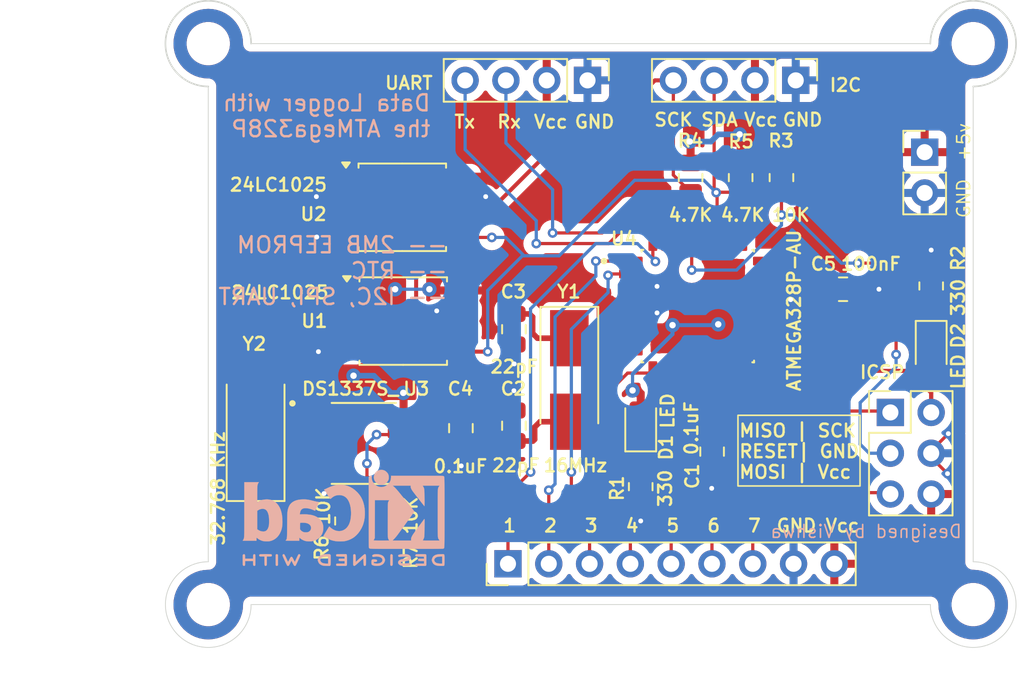
<source format=kicad_pcb>
(kicad_pcb (version 20240108) (generator "pcbnew") (generator_version "8.0")
  (title_block (title "MCU_DataLogger") (date "2025-02-11") (rev "2 Layer PCB"))
  (layers (0 "F.Cu" mixed) (31 "B.Cu" mixed) (34 "B.Paste" user) (35 "F.Paste" user) (36 "B.SilkS" user "B.Silkscreen") (37 "F.SilkS" user "F.Silkscreen") (38 "B.Mask" user) (39 "F.Mask" user) (44 "Edge.Cuts" user))
  (property "MCU_DataLogger" "MCU Data Logger with memory and clock")
  (net 0 "")
  (net 1 "GND")
  (net 2 "Net-(U4-PB0)")
  (net 3 "Net-(U4-PB7)")
  (net 4 "Net-(U4-PB6)")
  (net 5 "/Vcc")
  (net 6 "Net-(D1-K)")
  (net 7 "/SCK")
  (net 8 "Net-(D2-K)")
  (net 9 "/SDA")
  (net 10 "/TX")
  (net 11 "/RX")
  (net 12 "/D4")
  (net 13 "/D8")
  (net 14 "/D5")
  (net 15 "/D7")
  (net 16 "/D2")
  (net 17 "/D6")
  (net 18 "/D3")
  (net 19 "/MOSI")
  (net 20 "/RESET")
  (net 21 "/MISO")
  (net 22 "Net-(U3-~{INTA})")
  (net 23 "Net-(U3-SQW{slash}~INT)")
  (net 24 "Net-(U3-X1)")
  (net 25 "Net-(U3-X2)")
  (net 34 "/SCL")
  (footprint "Connector_PinHeader_2.54mm:PinHeader_2x03_P2.54mm_Vertical" (layer "F.Cu") (at 138.9888 96.6216)
    (property "Reference" "J4" (hide yes))
    (property "Value" "Conn_02x03_Counter_Clockwise" (hide yes))
    (pad "1" thru_hole rect (at 0 0) (size 1.7 1.7) (drill 1) (layers "*.Cu" "*.Mask") (net 21 "/MISO"))
    (pad "2" thru_hole oval (at 2.54 0) (size 1.7 1.7) (drill 1) (layers "*.Cu" "*.Mask") (net 7 "/SCK"))
    (pad "3" thru_hole oval (at 0 2.54) (size 1.7 1.7) (drill 1) (layers "*.Cu" "*.Mask") (net 20 "/RESET"))
    (pad "4" thru_hole oval (at 2.54 2.54) (size 1.7 1.7) (drill 1) (layers "*.Cu" "*.Mask") (net 1 "GND"))
    (pad "5" thru_hole oval (at 0 5.08) (size 1.7 1.7) (drill 1) (layers "*.Cu" "*.Mask") (net 19 "/MOSI"))
    (pad "6" thru_hole oval (at 2.54 5.08) (size 1.7 1.7) (drill 1) (layers "*.Cu" "*.Mask") (net 5 "/Vcc"))
  )
  (footprint "Resistor_SMD:R_0805_2012Metric" (layer "F.Cu") (at 107.4 104 90)
    (property "Reference" "R7" (at -1.5748 1.7272 90) (layer "F.SilkS") (effects (font (size 0.8 0.8))))
    (property "Value" "10K" (at 0.9652 1.7272 90) (layer "F.SilkS") (effects (font (size 0.8 0.8))))
    (pad "1" smd roundrect (at -0.9125 0 90) (size 1.025 1.4) (layers "F.Cu" "F.Paste" "F.Mask") (roundrect_rratio 0.243902) (net 5 "/Vcc"))
    (pad "2" smd roundrect (at 0.9125 0 90) (size 1.025 1.4) (layers "F.Cu" "F.Paste" "F.Mask") (roundrect_rratio 0.243902) (net 23 "Net-(U3-SQW{slash}~INT)"))
  )
  (footprint "Resistor_SMD:R_0805_2012Metric" (layer "F.Cu") (at 141.5288 88.7476 -90)
    (property "Reference" "R2" (at -1.7272 -1.6764 90) (layer "F.SilkS") (effects (font (size 0.8 0.8))))
    (property "Value" "330" (at 0.7112 -1.6764 90) (layer "F.SilkS") (effects (font (size 0.8 0.8))))
    (pad "1" smd roundrect (at -0.9125 0 270) (size 1.025 1.4) (layers "F.Cu" "F.Paste" "F.Mask") (roundrect_rratio 0.243902) (net 1 "GND"))
    (pad "2" smd roundrect (at 0.9125 0 270) (size 1.025 1.4) (layers "F.Cu" "F.Paste" "F.Mask") (roundrect_rratio 0.243902) (net 8 "Net-(D2-K)"))
  )
  (footprint "Crystal:Crystal_SMD_5032-2Pin_5.0x3.2mm_HandSoldering" (layer "F.Cu") (at 99.4664 97.5868 90)
    (property "Reference" "Y2" (at 5.2324 -0.0762 180) (layer "F.SilkS") (effects (font (size 0.8 0.8))))
    (property "Value" "32.768 KHz" (at -3.7592 -2.3368 90) (layer "F.SilkS") (effects (font (size 0.8 0.8))))
    (pad "1" smd rect (at -2.6 0 90) (size 3.5 2.4) (layers "F.Cu" "F.Paste" "F.Mask") (net 25 "Net-(U3-X2)"))
    (pad "2" smd rect (at 2.6 0 90) (size 3.5 2.4) (layers "F.Cu" "F.Paste" "F.Mask") (net 24 "Net-(U3-X1)"))
  )
  (footprint "Capacitor_SMD:C_0805_2012Metric" (layer "F.Cu") (at 127.889 99.06 90)
    (property "Reference" "C1" (at -1.5372 -1.2382 90) (layer "F.SilkS") (effects (font (size 0.8 0.8))))
    (property "Value" "0.1uF" (at 1.46 -1.289 90) (layer "F.SilkS") (effects (font (size 0.8 0.8))))
    (pad "1" smd roundrect (at -0.95 0 90) (size 1 1.45) (layers "F.Cu" "F.Paste" "F.Mask") (net 1 "GND"))
    (pad "2" smd roundrect (at 0.95 0 90) (size 1 1.45) (layers "F.Cu" "F.Paste" "F.Mask") (net 2 "Net-(U4-PB0)"))
  )
  (footprint "Package_SO:SOIC-8_5.23x5.23mm_P1.27mm" (layer "F.Cu") (at 108.6 83.85)
    (property "Reference" "U2" (at -5.5268 0.4272 180) (layer "F.SilkS") (effects (font (size 0.8 0.8))))
    (property "Value" "24LC1025" (at -7.7112 -1.4016 180) (layer "F.SilkS") (effects (font (size 0.8 0.8))))
    (pad "1" smd roundrect (at -3.6 -1.905) (size 1.6 0.6) (layers "F.Cu" "F.Paste" "F.Mask") (net 5 "/Vcc"))
    (pad "2" smd roundrect (at -3.6 -0.635) (size 1.6 0.6) (layers "F.Cu" "F.Paste" "F.Mask") (net 1 "GND"))
    (pad "3" smd roundrect (at -3.6 0.635) (size 1.6 0.6) (layers "F.Cu" "F.Paste" "F.Mask") (net 5 "/Vcc"))
    (pad "4" smd roundrect (at -3.6 1.905) (size 1.6 0.6) (layers "F.Cu" "F.Paste" "F.Mask") (net 1 "GND"))
    (pad "5" smd roundrect (at 3.6 1.905) (size 1.6 0.6) (layers "F.Cu" "F.Paste" "F.Mask") (net 9 "/SDA"))
    (pad "6" smd roundrect (at 3.6 0.635) (size 1.6 0.6) (layers "F.Cu" "F.Paste" "F.Mask") (net 34 "/SCL"))
    (pad "7" smd roundrect (at 3.6 -0.635) (size 1.6 0.6) (layers "F.Cu" "F.Paste" "F.Mask") (net 1 "GND"))
    (pad "8" smd roundrect (at 3.6 -1.905) (size 1.6 0.6) (layers "F.Cu" "F.Paste" "F.Mask") (net 5 "/Vcc"))
  )
  (footprint "DS1337S_:SOIC127P600X175-8N" (layer "F.Cu") (at 106.205 98.55)
    (property "Reference" "U3" (at 3.269 -3.4016 0) (layer "F.SilkS") (effects (font (size 0.8 0.8))))
    (property "Value" "DS1337S_" (at -0.8458 -3.4016 0) (layer "F.SilkS") (effects (font (size 0.8 0.8))))
    (pad "1" smd roundrect (at -2.475 -1.905) (size 1.97 0.59) (layers "F.Cu" "F.Paste" "F.Mask") (roundrect_rratio 0.125) (net 24 "Net-(U3-X1)"))
    (pad "2" smd roundrect (at -2.475 -0.635) (size 1.97 0.59) (layers "F.Cu" "F.Paste" "F.Mask") (roundrect_rratio 0.125) (net 25 "Net-(U3-X2)"))
    (pad "3" smd roundrect (at -2.475 0.635) (size 1.97 0.59) (layers "F.Cu" "F.Paste" "F.Mask") (roundrect_rratio 0.125) (net 22 "Net-(U3-~{INTA})"))
    (pad "4" smd roundrect (at -2.475 1.905) (size 1.97 0.59) (layers "F.Cu" "F.Paste" "F.Mask") (roundrect_rratio 0.125) (net 1 "GND"))
    (pad "5" smd roundrect (at 2.475 1.905) (size 1.97 0.59) (layers "F.Cu" "F.Paste" "F.Mask") (roundrect_rratio 0.125) (net 9 "/SDA"))
    (pad "6" smd roundrect (at 2.475 0.635) (size 1.97 0.59) (layers "F.Cu" "F.Paste" "F.Mask") (roundrect_rratio 0.125) (net 34 "/SCL"))
    (pad "7" smd roundrect (at 2.475 -0.635) (size 1.97 0.59) (layers "F.Cu" "F.Paste" "F.Mask") (roundrect_rratio 0.125) (net 23 "Net-(U3-SQW{slash}~INT)"))
    (pad "8" smd roundrect (at 2.475 -1.905) (size 1.97 0.59) (layers "F.Cu" "F.Paste" "F.Mask") (roundrect_rratio 0.125) (net 5 "/Vcc"))
  )
  (footprint "Resistor_SMD:R_0805_2012Metric" (layer "F.Cu") (at 129.667 82 -90)
    (property "Reference" "R5" (at -2.244 -0.0254 180) (layer "F.SilkS") (effects (font (size 0.8 0.8))))
    (property "Value" "4.7K" (at 2.328 -0.127 180) (layer "F.SilkS") (effects (font (size 0.8 0.8))))
    (pad "1" smd roundrect (at -0.9125 0 270) (size 1.025 1.4) (layers "F.Cu" "F.Paste" "F.Mask") (roundrect_rratio 0.243902) (net 5 "/Vcc"))
    (pad "2" smd roundrect (at 0.9125 0 270) (size 1.025 1.4) (layers "F.Cu" "F.Paste" "F.Mask") (roundrect_rratio 0.243902) (net 9 "/SDA"))
  )
  (footprint "MountingHole:MountingHole_2.2mm_M2" (layer "F.Cu") (at 96.519999 108.585)
    (property "Reference" "H1" (hide yes))
    (property "Value" "MountingHole" (hide yes))
    (pad "" np_thru_hole circle (at 0 0) (size 2.2 2.2) (drill 2.2) (layers "*.Cu" "*.Mask"))
  )
  (footprint "Resistor_SMD:R_0805_2012Metric" (layer "F.Cu") (at 105.156 103.378 90)
    (property "Reference" "R6" (at -1.6764 -1.5748 90) (layer "F.SilkS") (effects (font (size 0.8 0.8))))
    (property "Value" "10K" (at 0.9144 -1.4732 90) (layer "F.SilkS") (effects (font (size 0.8 0.8))))
    (pad "1" smd roundrect (at -0.9125 0 90) (size 1.025 1.4) (layers "F.Cu" "F.Paste" "F.Mask") (roundrect_rratio 0.243902) (net 5 "/Vcc"))
    (pad "2" smd roundrect (at 0.9125 0 90) (size 1.025 1.4) (layers "F.Cu" "F.Paste" "F.Mask") (roundrect_rratio 0.243902) (net 22 "Net-(U3-~{INTA})"))
  )
  (footprint "MountingHole:MountingHole_2.2mm_M2" (layer "F.Cu") (at 144.145 108.585)
    (property "Reference" "H4" (hide yes))
    (property "Value" "MountingHole" (hide yes))
    (pad "" np_thru_hole circle (at 0 0) (size 2.2 2.2) (drill 2.2) (layers "*.Cu" "*.Mask"))
  )
  (footprint "LED_SMD:LED_0805_2012Metric" (layer "F.Cu") (at 123.444 97.3605 90)
    (property "Reference" "D1" (at -1.4455 1.5748 90) (layer "F.SilkS") (effects (font (size 0.8 0.8))))
    (property "Value" "LED" (at 0.8405 1.6764 90) (layer "F.SilkS") (effects (font (size 0.8 0.8))))
    (pad "1" smd roundrect (at -0.9375 0 90) (size 0.975 1.4) (layers "F.Cu" "F.Paste" "F.Mask") (net 6 "Net-(D1-K)"))
    (pad "2" smd roundrect (at 0.9375 0 90) (size 0.975 1.4) (layers "F.Cu" "F.Paste" "F.Mask") (net 5 "/Vcc"))
  )
  (footprint "Resistor_SMD:R_0805_2012Metric" (layer "F.Cu") (at 123.444 101.2425 -90)
    (property "Reference" "R1" (at 0.1035 1.4732 90) (layer "F.SilkS") (effects (font (size 0.8 0.8))))
    (property "Value" "330" (at 0.1035 -1.524 90) (layer "F.SilkS") (effects (font (size 0.8 0.8))))
    (pad "1" smd roundrect (at -0.9125 0 270) (size 1.025 1.4) (layers "F.Cu" "F.Paste" "F.Mask") (roundrect_rratio 0.243902) (net 6 "Net-(D1-K)"))
    (pad "2" smd roundrect (at 0.9125 0 270) (size 1.025 1.4) (layers "F.Cu" "F.Paste" "F.Mask") (roundrect_rratio 0.243902) (net 1 "GND"))
  )
  (footprint "MountingHole:MountingHole_2.2mm_M2" (layer "F.Cu") (at 96.52 73.66)
    (property "Reference" "H2" (hide yes))
    (property "Value" "MountingHole" (hide yes))
    (pad "" np_thru_hole circle (at 0 0) (size 2.2 2.2) (drill 2.2) (layers "*.Cu" "*.Mask"))
  )
  (footprint "Capacitor_SMD:C_0805_2012Metric" (layer "F.Cu") (at 115.55 91.44 90)
    (property "Reference" "C3" (at 2.3368 -0.0308 180) (layer "F.SilkS") (effects (font (size 0.8 0.8))))
    (property "Value" "22pF" (at -2.3368 0.02 180) (layer "F.SilkS") (effects (font (size 0.8 0.8))))
    (pad "1" smd roundrect (at -0.95 0 90) (size 1 1.45) (layers "F.Cu" "F.Paste" "F.Mask") (net 1 "GND"))
    (pad "2" smd roundrect (at 0.95 0 90) (size 1 1.45) (layers "F.Cu" "F.Paste" "F.Mask") (net 4 "Net-(U4-PB6)"))
  )
  (footprint "Connector_PinHeader_2.54mm:PinHeader_1x04_P2.54mm_Vertical" (layer "F.Cu") (at 120.132 75.946 -90)
    (property "Reference" "J2" (hide yes))
    (property "Value" "Conn_01x04_Pin" (hide yes))
    (pad "1" thru_hole rect (at 0 0 270) (size 1.7 1.7) (drill 1) (layers "*.Cu" "*.Mask") (net 1 "GND"))
    (pad "2" thru_hole oval (at 0 2.54 270) (size 1.7 1.7) (drill 1) (layers "*.Cu" "*.Mask") (net 5 "/Vcc"))
    (pad "3" thru_hole oval (at 0 5.08 270) (size 1.7 1.7) (drill 1) (layers "*.Cu" "*.Mask") (net 11 "/RX"))
    (pad "4" thru_hole oval (at 0 7.62 270) (size 1.7 1.7) (drill 1) (layers "*.Cu" "*.Mask") (net 10 "/TX"))
  )
  (footprint "Capacitor_SMD:C_0805_2012Metric" (layer "F.Cu") (at 115.55 97.45 -90)
    (property "Reference" "C2" (at -2.3016 0.0308 180) (layer "F.SilkS") (effects (font (size 0.8 0.8))))
    (property "Value" "22pF" (at 2.4736 -0.1216 180) (layer "F.SilkS") (effects (font (size 0.8 0.8))))
    (pad "1" smd roundrect (at -0.95 0 270) (size 1 1.45) (layers "F.Cu" "F.Paste" "F.Mask") (net 1 "GND"))
    (pad "2" smd roundrect (at 0.95 0 270) (size 1 1.45) (layers "F.Cu" "F.Paste" "F.Mask") (net 3 "Net-(U4-PB7)"))
  )
  (footprint "Connector_PinHeader_2.54mm:PinHeader_1x09_P2.54mm_Vertical" (layer "F.Cu") (at 115.18 106.045 90)
    (property "Reference" "J3" (hide yes))
    (property "Value" "Conn_01x09_Pin" (hide yes))
    (pad "1" thru_hole rect (at 0 0 90) (size 1.7 1.7) (drill 1) (layers "*.Cu" "*.Mask") (net 16 "/D2"))
    (pad "2" thru_hole oval (at 0 2.54 90) (size 1.7 1.7) (drill 1) (layers "*.Cu" "*.Mask") (net 18 "/D3"))
    (pad "3" thru_hole oval (at 0 5.08 90) (size 1.7 1.7) (drill 1) (layers "*.Cu" "*.Mask") (net 12 "/D4"))
    (pad "4" thru_hole oval (at 0 7.62 90) (size 1.7 1.7) (drill 1) (layers "*.Cu" "*.Mask") (net 14 "/D5"))
    (pad "5" thru_hole oval (at 0 10.16 90) (size 1.7 1.7) (drill 1) (layers "*.Cu" "*.Mask") (net 17 "/D6"))
    (pad "6" thru_hole oval (at 0 12.7 90) (size 1.7 1.7) (drill 1) (layers "*.Cu" "*.Mask") (net 15 "/D7"))
    (pad "7" thru_hole oval (at 0 15.24 90) (size 1.7 1.7) (drill 1) (layers "*.Cu" "*.Mask") (net 13 "/D8"))
    (pad "8" thru_hole oval (at 0 17.78 90) (size 1.7 1.7) (drill 1) (layers "*.Cu" "*.Mask") (net 1 "GND"))
    (pad "9" thru_hole oval (at 0 20.32 90) (size 1.7 1.7) (drill 1) (layers "*.Cu" "*.Mask") (net 5 "/Vcc"))
  )
  (footprint "Package_SO:SOIC-8_5.23x5.23mm_P1.27mm" (layer "F.Cu") (at 108.658 90.932)
    (property "Reference" "U1" (at -5.534 0 180) (layer "F.SilkS") (effects (font (size 0.8 0.8))))
    (property "Value" "24LC1025" (at -7.6676 -1.778 180) (layer "F.SilkS") (effects (font (size 0.8 0.8))))
    (pad "1" smd roundrect (at -3.6 -1.905) (size 1.6 0.6) (layers "F.Cu" "F.Paste" "F.Mask") (net 5 "/Vcc"))
    (pad "2" smd roundrect (at -3.6 -0.635) (size 1.6 0.6) (layers "F.Cu" "F.Paste" "F.Mask") (net 5 "/Vcc"))
    (pad "3" smd roundrect (at -3.6 0.635) (size 1.6 0.6) (layers "F.Cu" "F.Paste" "F.Mask") (net 5 "/Vcc"))
    (pad "4" smd roundrect (at -3.6 1.905) (size 1.6 0.6) (layers "F.Cu" "F.Paste" "F.Mask") (net 1 "GND"))
    (pad "5" smd roundrect (at 3.6 1.905) (size 1.6 0.6) (layers "F.Cu" "F.Paste" "F.Mask") (net 9 "/SDA"))
    (pad "6" smd roundrect (at 3.6 0.635) (size 1.6 0.6) (layers "F.Cu" "F.Paste" "F.Mask") (net 34 "/SCL"))
    (pad "7" smd roundrect (at 3.6 -0.635) (size 1.6 0.6) (layers "F.Cu" "F.Paste" "F.Mask") (net 1 "GND"))
    (pad "8" smd roundrect (at 3.6 -1.905) (size 1.6 0.6) (layers "F.Cu" "F.Paste" "F.Mask") (net 5 "/Vcc"))
  )
  (footprint "Connector_PinHeader_2.54mm:PinHeader_1x02_P2.54mm_Vertical" (layer "F.Cu") (at 141.1224 80.4164)
    (property "Reference" "BT1" (hide yes))
    (property "Value" "Battery_Cell" (hide yes))
    (pad "1" thru_hole rect (at 0 0) (size 1.7 1.7) (drill 1) (layers "*.Cu" "*.Mask") (net 5 "/Vcc"))
    (pad "2" thru_hole oval (at 0 2.54) (size 1.7 1.7) (drill 1) (layers "*.Cu" "*.Mask") (net 1 "GND"))
  )
  (footprint "Resistor_SMD:R_0805_2012Metric" (layer "F.Cu") (at 126.55 82 -90)
    (property "Reference" "R4" (at -2.2948 0.0072 180) (layer "F.SilkS") (effects (font (size 0.8 0.8))))
    (property "Value" "4.7K" (at 2.328 0.0072 180) (layer "F.SilkS") (effects (font (size 0.8 0.8))))
    (pad "1" smd roundrect (at -0.9125 0 270) (size 1.025 1.4) (layers "F.Cu" "F.Paste" "F.Mask") (roundrect_rratio 0.243902) (net 5 "/Vcc"))
    (pad "2" smd roundrect (at 0.9125 0 270) (size 1.025 1.4) (layers "F.Cu" "F.Paste" "F.Mask") (roundrect_rratio 0.243902) (net 34 "/SCL"))
  )
  (footprint "Capacitor_SMD:C_0805_2012Metric" (layer "F.Cu") (at 112.25 97.6 -90)
    (property "Reference" "C4" (at -2.4516 0.0328 180) (layer "F.SilkS") (effects (font (size 0.8 0.8))))
    (property "Value" "0.1uF" (at 2.3744 0.0328 180) (layer "F.SilkS") (effects (font (size 0.8 0.8))))
    (pad "1" smd roundrect (at -0.95 0 270) (size 1 1.45) (layers "F.Cu" "F.Paste" "F.Mask") (net 5 "/Vcc"))
    (pad "2" smd roundrect (at 0.95 0 270) (size 1 1.45) (layers "F.Cu" "F.Paste" "F.Mask") (net 1 "GND"))
  )
  (footprint "MountingHole:MountingHole_2.2mm_M2" (layer "F.Cu") (at 144.145 73.66)
    (property "Reference" "H3" (hide yes))
    (property "Value" "MountingHole" (hide yes))
    (pad "" np_thru_hole circle (at 0 0) (size 2.2 2.2) (drill 2.2) (layers "*.Cu" "*.Mask"))
  )
  (footprint "ATMEGA328P-AU:QFP80P900X900X120-32N" (layer "F.Cu") (at 127 90)
    (property "Reference" "U4" (at -4.6 -4.2 180) (layer "F.SilkS") (effects (font (size 0.8 0.8))))
    (property "Value" "ATMEGA328P-AU" (at 5.9944 0.2716 -90) (layer "F.SilkS") (effects (font (size 0.8 0.8))))
    (pad "1" smd roundrect (at -4.17 -2.8) (size 1.47 0.55) (layers "F.Cu" "F.Paste" "F.Mask") (roundrect_rratio 0.125) (net 18 "/D3"))
    (pad "2" smd roundrect (at -4.17 -2) (size 1.47 0.55) (layers "F.Cu" "F.Paste" "F.Mask") (roundrect_rratio 0.125) (net 12 "/D4"))
    (pad "3" smd roundrect (at -4.17 -1.2) (size 1.47 0.55) (layers "F.Cu" "F.Paste" "F.Mask") (roundrect_rratio 0.125) (net 1 "GND"))
    (pad "4" smd roundrect (at -4.17 -0.4) (size 1.47 0.55) (layers "F.Cu" "F.Paste" "F.Mask") (roundrect_rratio 0.125) (net 5 "/Vcc"))
    (pad "5" smd roundrect (at -4.17 0.4) (size 1.47 0.55) (layers "F.Cu" "F.Paste" "F.Mask") (roundrect_rratio 0.125) (net 1 "GND"))
    (pad "6" smd roundrect (at -4.17 1.2) (size 1.47 0.55) (layers "F.Cu" "F.Paste" "F.Mask") (roundrect_rratio 0.125) (net 5 "/Vcc"))
    (pad "7" smd roundrect (at -4.17 2) (size 1.47 0.55) (layers "F.Cu" "F.Paste" "F.Mask") (roundrect_rratio 0.125) (net 4 "Net-(U4-PB6)"))
    (pad "8" smd roundrect (at -4.17 2.8) (size 1.47 0.55) (layers "F.Cu" "F.Paste" "F.Mask") (roundrect_rratio 0.125) (net 3 "Net-(U4-PB7)"))
    (pad "9" smd roundrect (at -2.8 4.17) (size 0.55 1.47) (layers "F.Cu" "F.Paste" "F.Mask") (roundrect_rratio 0.125) (net 14 "/D5"))
    (pad "10" smd roundrect (at -2 4.17) (size 0.55 1.47) (layers "F.Cu" "F.Paste" "F.Mask") (roundrect_rratio 0.125) (net 17 "/D6"))
    (pad "11" smd roundrect (at -1.2 4.17) (size 0.55 1.47) (layers "F.Cu" "F.Paste" "F.Mask") (roundrect_rratio 0.125) (net 15 "/D7"))
    (pad "12" smd roundrect (at -0.4 4.17) (size 0.55 1.47) (layers "F.Cu" "F.Paste" "F.Mask") (roundrect_rratio 0.125) (net 2 "Net-(U4-PB0)"))
    (pad "13" smd roundrect (at 0.4 4.17) (size 0.55 1.47) (layers "F.Cu" "F.Paste" "F.Mask") (roundrect_rratio 0.125) (net 13 "/D8"))
    (pad "14" smd roundrect (at 1.2 4.17) (size 0.55 1.47) (layers "F.Cu" "F.Paste" "F.Mask") (roundrect_rratio 0.125))
    (pad "15" smd roundrect (at 2 4.17) (size 0.55 1.47) (layers "F.Cu" "F.Paste" "F.Mask") (roundrect_rratio 0.125) (net 19 "/MOSI"))
    (pad "16" smd roundrect (at 2.8 4.17) (size 0.55 1.47) (layers "F.Cu" "F.Paste" "F.Mask") (roundrect_rratio 0.125) (net 21 "/MISO"))
    (pad "17" smd roundrect (at 4.17 2.8) (size 1.47 0.55) (layers "F.Cu" "F.Paste" "F.Mask") (roundrect_rratio 0.125) (net 7 "/SCK"))
    (pad "18" smd roundrect (at 4.17 2) (size 1.47 0.55) (layers "F.Cu" "F.Paste" "F.Mask") (roundrect_rratio 0.125) (net 5 "/Vcc"))
    (pad "19" smd roundrect (at 4.17 1.2) (size 1.47 0.55) (layers "F.Cu" "F.Paste" "F.Mask") (roundrect_rratio 0.125))
    (pad "20" smd roundrect (at 4.17 0.4) (size 1.47 0.55) (layers "F.Cu" "F.Paste" "F.Mask") (roundrect_rratio 0.125))
    (pad "21" smd roundrect (at 4.17 -0.4) (size 1.47 0.55) (layers "F.Cu" "F.Paste" "F.Mask") (roundrect_rratio 0.125) (net 1 "GND"))
    (pad "22" smd roundrect (at 4.17 -1.2) (size 1.47 0.55) (layers "F.Cu" "F.Paste" "F.Mask") (roundrect_rratio 0.125))
    (pad "23" smd roundrect (at 4.17 -2) (size 1.47 0.55) (layers "F.Cu" "F.Paste" "F.Mask") (roundrect_rratio 0.125))
    (pad "24" smd roundrect (at 4.17 -2.8) (size 1.47 0.55) (layers "F.Cu" "F.Paste" "F.Mask") (roundrect_rratio 0.125))
    (pad "25" smd roundrect (at 2.8 -4.17) (size 0.55 1.47) (layers "F.Cu" "F.Paste" "F.Mask") (roundrect_rratio 0.125))
    (pad "26" smd roundrect (at 2 -4.17) (size 0.55 1.47) (layers "F.Cu" "F.Paste" "F.Mask") (roundrect_rratio 0.125))
    (pad "27" smd roundrect (at 1.2 -4.17) (size 0.55 1.47) (layers "F.Cu" "F.Paste" "F.Mask") (roundrect_rratio 0.125) (net 9 "/SDA"))
    (pad "28" smd roundrect (at 0.4 -4.17) (size 0.55 1.47) (layers "F.Cu" "F.Paste" "F.Mask") (roundrect_rratio 0.125) (net 34 "/SCL"))
    (pad "29" smd roundrect (at -0.4 -4.17) (size 0.55 1.47) (layers "F.Cu" "F.Paste" "F.Mask") (roundrect_rratio 0.125) (net 20 "/RESET"))
    (pad "30" smd roundrect (at -1.2 -4.17) (size 0.55 1.47) (layers "F.Cu" "F.Paste" "F.Mask") (roundrect_rratio 0.125) (net 11 "/RX"))
    (pad "31" smd roundrect (at -2 -4.17) (size 0.55 1.47) (layers "F.Cu" "F.Paste" "F.Mask") (roundrect_rratio 0.125) (net 10 "/TX"))
    (pad "32" smd roundrect (at -2.8 -4.17) (size 0.55 1.47) (layers "F.Cu" "F.Paste" "F.Mask") (roundrect_rratio 0.125) (net 16 "/D2"))
  )
  (footprint "LED_SMD:LED_0805_2012Metric" (layer "F.Cu") (at 141.5288 92.6084 -90)
    (property "Reference" "D2" (at -0.762 -1.6764 90) (layer "F.SilkS") (effects (font (size 0.8 0.8))))
    (property "Value" "LED" (at 1.4732 -1.6764 90) (layer "F.SilkS") (effects (font (size 0.8 0.8))))
    (pad "1" smd roundrect (at -0.9375 0 270) (size 0.975 1.4) (layers "F.Cu" "F.Paste" "F.Mask") (net 8 "Net-(D2-K)"))
    (pad "2" smd roundrect (at 0.9375 0 270) (size 0.975 1.4) (layers "F.Cu" "F.Paste" "F.Mask") (net 7 "/SCK"))
  )
  (footprint "Resistor_SMD:R_0805_2012Metric" (layer "F.Cu") (at 132.207 82 -90)
    (property "Reference" "R3" (at -2.2948 0.0254 180) (layer "F.SilkS") (effects (font (size 0.8 0.8))))
    (property "Value" "10K" (at 2.328 -0.5842 180) (layer "F.SilkS") (effects (font (size 0.8 0.8))))
    (pad "1" smd roundrect (at -0.9125 0 270) (size 1.025 1.4) (layers "F.Cu" "F.Paste" "F.Mask") (roundrect_rratio 0.243902) (net 5 "/Vcc"))
    (pad "2" smd roundrect (at 0.9125 0 270) (size 1.025 1.4) (layers "F.Cu" "F.Paste" "F.Mask") (roundrect_rratio 0.243902) (net 20 "/RESET"))
  )
  (footprint "Crystal:Crystal_SMD_5032-2Pin_5.0x3.2mm_HandSoldering" (layer "F.Cu") (at 119 94.6 -90)
    (property "Reference" "Y1" (at -5.4968 0.0264 180) (layer "F.SilkS") (effects (font (size 0.8 0.8))))
    (property "Value" "16MHz" (at 5.3236 -0.38 0) (layer "F.SilkS") (effects (font (size 0.8 0.8))))
    (pad "1" smd rect (at -2.6 0 270) (size 3.5 2.4) (layers "F.Cu" "F.Paste" "F.Mask") (net 4 "Net-(U4-PB6)"))
    (pad "2" smd rect (at 2.6 0 270) (size 3.5 2.4) (layers "F.Cu" "F.Paste" "F.Mask") (net 3 "Net-(U4-PB7)"))
  )
  (footprint "Capacitor_SMD:C_0805_2012Metric" (layer "F.Cu") (at 136.0424 88.9508)
    (property "Reference" "C5" (at -1.2192 -1.5748 0) (layer "F.SilkS") (effects (font (size 0.8 0.8))))
    (property "Value" "100nF" (at 1.7272 -1.5748 0) (layer "F.SilkS") (effects (font (size 0.8 0.8))))
    (pad "1" smd roundrect (at -0.95 0) (size 1 1.45) (layers "F.Cu" "F.Paste" "F.Mask") (net 5 "/Vcc"))
    (pad "2" smd roundrect (at 0.95 0) (size 1 1.45) (layers "F.Cu" "F.Paste" "F.Mask") (net 1 "GND"))
  )
  (footprint "Connector_PinHeader_2.54mm:PinHeader_1x04_P2.54mm_Vertical" (layer "F.Cu") (at 133.096 75.946 -90)
    (property "Reference" "J1" (hide yes))
    (property "Value" "Conn_01x04_Pin" (hide yes))
    (pad "1" thru_hole rect (at 0 0 270) (size 1.7 1.7) (drill 1) (layers "*.Cu" "*.Mask") (net 1 "GND"))
    (pad "2" thru_hole oval (at 0 2.54 270) (size 1.7 1.7) (drill 1) (layers "*.Cu" "*.Mask") (net 5 "/Vcc"))
    (pad "3" thru_hole oval (at 0 5.08 270) (size 1.7 1.7) (drill 1) (layers "*.Cu" "*.Mask") (net 9 "/SDA"))
    (pad "4" thru_hole oval (at 0 7.62 270) (size 1.7 1.7) (drill 1) (layers "*.Cu" "*.Mask") (net 34 "/SCL"))
  )
  (footprint "Symbol:KiCad-Logo2_5mm_SilkScreen" (layer "B.Cu") (at 104.9528 103.1748 180)
    (property "Reference" "REF**" (hide yes))
    (property "Value" "KiCad-Logo2_5mm_SilkScreen" (hide yes))
  )
  (gr_rect (start 129.4992 96.8) (end 137.0992 101.2) (stroke (width 0.1)) (fill none) (layer "F.SilkS"))
  (gr_arc (start 96.52 76.327) (mid 94.634146 71.774146) (end 99.187 73.66) (stroke (width 0.1)) (layer "Edge.Cuts"))
  (gr_line (start 96.52 76.327) (end 96.52 105.918) (stroke (width 0.05)) (layer "Edge.Cuts"))
  (gr_line (start 144.145 105.918) (end 144.145 76.327) (stroke (width 0.05)) (layer "Edge.Cuts"))
  (gr_arc (start 144.145 105.918) (mid 146.030854 110.470854) (end 141.478 108.585) (stroke (width 0.05)) (layer "Edge.Cuts"))
  (gr_arc (start 141.478 73.66) (mid 146.030854 71.774146) (end 144.145 76.327) (stroke (width 0.1)) (layer "Edge.Cuts"))
  (gr_arc (start 99.187 108.585) (mid 94.634146 110.470854) (end 96.52 105.918) (stroke (width 0.05)) (layer "Edge.Cuts"))
  (gr_line (start 99.187 108.585) (end 141.478 108.585) (stroke (width 0.05)) (layer "Edge.Cuts"))
  (gr_line (start 141.478 73.66) (end 99.187 73.66) (stroke (width 0.05)) (layer "Edge.Cuts"))
  (gr_text "-- 2MB EEPROM\n-- RTC\n-- I2C, SPI, UART " (at 111.5 90 0) (layer "B.SilkS") (effects (font (size 1 1)) (justify left bottom mirror)))
  (gr_text "Designed by Vishwa" (at 143.5 104.5 0) (layer "B.SilkS") (effects (font (size 0.8 0.8) (thickness 0.1)) (justify left bottom mirror)))
  (gr_text "Data Logger with\nthe ATMega328P" (at 110.4392 79.5528 0) (layer "B.SilkS") (effects (font (size 1 1)) (justify left bottom mirror)))
  (gr_text "UART" (at 107.442 76.581 0) (layer "F.SilkS") (effects (font (size 0.8 0.8) (thickness 0.15) (bold yes)) (justify left bottom)))
  (gr_text "MISO | SCK\nRESET| GND\nMOSI | Vcc" (at 129.4992 100.8 0) (layer "F.SilkS") (effects (font (size 0.8 0.8)) (justify left bottom)))
  (gr_text "SCK" (at 124.206 78.867 0) (layer "F.SilkS") (effects (font (size 0.8 0.8) (thickness 0.15) (bold yes)) (justify left bottom)))
  (gr_text "6" (at 127.508 104.14 0) (layer "F.SilkS") (effects (font (size 0.8 0.8) (thickness 0.15) (bold yes)) (justify left bottom)))
  (gr_text "3" (at 119.888 104.14 0) (layer "F.SilkS") (effects (font (size 0.8 0.8) (thickness 0.15) (bold yes)) (justify left bottom)))
  (gr_text "5" (at 124.968 104.14 0) (layer "F.SilkS") (effects (font (size 0.8 0.8) (thickness 0.15) (bold yes)) (justify left bottom)))
  (gr_text "SDA" (at 127.127 78.867 0) (layer "F.SilkS") (effects (font (size 0.8 0.8) (thickness 0.15) (bold yes)) (justify left bottom)))
  (gr_text "Vcc" (at 134.874 104.14 0) (layer "F.SilkS") (effects (font (size 0.8 0.8) (thickness 0.15) (bold yes)) (justify left bottom)))
  (gr_text "4" (at 122.428 104.14 0) (layer "F.SilkS") (effects (font (size 0.8 0.8) (thickness 0.15) (bold yes)) (justify left bottom)))
  (gr_text "GND" (at 119.253 78.994 0) (layer "F.SilkS") (effects (font (size 0.8 0.8) (thickness 0.15) (bold yes)) (justify left bottom)))
  (gr_text "GND" (at 144.018 84.582 90) (layer "F.SilkS") (effects (font (size 0.8 0.8) (thickness 0.1)) (justify left bottom)))
  (gr_text "ICSP" (at 137.0076 94.5896 0) (layer "F.SilkS") (effects (font (size 0.8 0.8) (thickness 0.15) (bold yes)) (justify left bottom)))
  (gr_text "Rx" (at 114.427 78.994 0) (layer "F.SilkS") (effects (font (size 0.8 0.8) (thickness 0.15) (bold yes)) (justify left bottom)))
  (gr_text "I2C" (at 135.128 76.708 0) (layer "F.SilkS") (effects (font (size 0.8 0.8) (thickness 0.15) (bold yes)) (justify left bottom)))
  (gr_text "+5v" (at 144.018 81.026 90) (layer "F.SilkS") (effects (font (size 0.8 0.8) (thickness 0.1)) (justify left bottom)))
  (gr_text "7" (at 130.048 104.14 0) (layer "F.SilkS") (effects (font (size 0.8 0.8) (thickness 0.15) (bold yes)) (justify left bottom)))
  (gr_text "GND" (at 132.207 78.867 0) (layer "F.SilkS") (effects (font (size 0.8 0.8) (thickness 0.15) (bold yes)) (justify left bottom)))
  (gr_text "GND" (at 131.826 104.14 0) (layer "F.SilkS") (effects (font (size 0.8 0.8) (thickness 0.15) (bold yes)) (justify left bottom)))
  (gr_text "2\n" (at 117.348 104.14 0) (layer "F.SilkS") (effects (font (size 0.8 0.8) (thickness 0.15) (bold yes)) (justify left bottom)))
  (gr_text "Vcc" (at 129.794 78.867 0) (layer "F.SilkS") (effects (font (size 0.8 0.8) (thickness 0.15) (bold yes)) (justify left bottom)))
  (gr_text "Tx" (at 111.76 78.994 0) (layer "F.SilkS") (effects (font (size 0.8 0.8) (thickness 0.15) (bold yes)) (justify left bottom)))
  (gr_text "Vcc" (at 116.713 78.994 0) (layer "F.SilkS") (effects (font (size 0.8 0.8) (thickness 0.15) (bold yes)) (justify left bottom)))
  (gr_text "1" (at 114.808 104.14 0) (layer "F.SilkS") (effects (font (size 0.8 0.8) (thickness 0.15) (bold yes)) (justify left bottom)))
  (segment (start 115.55 93.579) (end 115.57 93.599) (width 0.35) (layer "F.Cu") (net 1))
  (segment (start 132.78 89.6) (end 131.17 89.6) (width 0.35) (layer "F.Cu") (net 1))
  (segment (start 141.5288 99.1616) (end 141.5288 99.4156) (width 0.2) (layer "F.Cu") (net 1))
  (segment (start 127.889 101.3206) (end 127.8636 101.346) (width 0.2) (layer "F.Cu") (net 1))
  (segment (start 141.5288 87.8351) (end 141.5288 86.5124) (width 0.2) (layer "F.Cu") (net 1))
  (segment (start 141.5288 99.4156) (end 142.5448 100.4316) (width 0.2) (layer "F.Cu") (net 1))
  (segment (start 122.83 90.4) (end 124.436 90.4) (width 0.35) (layer "F.Cu") (net 1))
  (segment (start 105 83.215) (end 103.281 83.215) (width 0.35) (layer "F.Cu") (net 1))
  (segment (start 103.3318 85.755) (end 103.2764 85.6996) (width 0.2) (layer "F.Cu") (net 1))
  (segment (start 123.444 102.155) (end 123.444 103.378) (width 0.2) (layer "F.Cu") (net 1))
  (segment (start 105 85.755) (end 103.3318 85.755) (width 0.35) (layer "F.Cu") (net 1))
  (segment (start 141.5288 99.0092) (end 142.5956 97.9424) (width 0.2) (layer "F.Cu") (net 1))
  (segment (start 105.058 92.837) (end 103.378 92.837) (width 0.35) (layer "F.Cu") (net 1))
  (segment (start 112.258 90.297) (end 110.744 90.297) (width 0.35) (layer "F.Cu") (net 1))
  (segment (start 127.889 100.01) (end 127.889 101.3206) (width 0.2) (layer "F.Cu") (net 1))
  (segment (start 112.25 98.55) (end 112.25 99.931) (width 0.35) (layer "F.Cu") (net 1))
  (segment (start 115.55 92.39) (end 115.55 93.579) (width 0.35) (layer "F.Cu") (net 1))
  (segment (start 124.436 90.4) (end 124.46 90.424) (width 0.35) (layer "F.Cu") (net 1))
  (segment (start 115.55 95.27) (end 115.55 96.5) (width 0.35) (layer "F.Cu") (net 1))
  (segment (start 112.25 99.931) (end 112.268 99.949) (width 0.35) (layer "F.Cu") (net 1))
  (segment (start 103.281 83.215) (end 103.251 83.185) (width 0.2) (layer "F.Cu") (net 1))
  (segment (start 112.2 83.215) (end 113.762 83.215) (width 0.35) (layer "F.Cu") (net 1))
  (segment (start 103.73 101.67) (end 103.73 100.455) (width 0.25) (layer "F.Cu") (net 1))
  (segment (start 138.2776 88.9508) (end 136.9924 88.9508) (width 0.2) (layer "F.Cu") (net 1))
  (segment (start 122.83 88.8) (end 124.433 88.8) (width 0.35) (layer "F.Cu") (net 1))
  (segment (start 113.762 83.215) (end 113.792 83.185) (width 0.35) (layer "F.Cu") (net 1))
  (segment (start 141.5288 99.1616) (end 141.5288 99.0092) (width 0.2) (layer "F.Cu") (net 1))
  (segment (start 124.433 88.8) (end 124.46 88.773) (width 0.35) (layer "F.Cu") (net 1))
  (via (at 115.57 93.599) (size 0.5) (drill 0.3) (layers "F.Cu" "B.Cu") (net 1))
  (via (at 127.8636 101.346) (size 0.6) (drill 0.3) (layers "F.Cu" "B.Cu") (net 1))
  (via (at 141.5288 86.5124) (size 0.6) (drill 0.3) (layers "F.Cu" "B.Cu") (net 1))
  (via (at 138.2776 88.9508) (size 0.6) (drill 0.3) (layers "F.Cu" "B.Cu") (net 1))
  (via (at 113.792 83.185) (size 0.5) (drill 0.3) (layers "F.Cu" "B.Cu") (net 1))
  (via (at 132.78 89.6) (size 0.5) (drill 0.3) (layers "F.Cu" "B.Cu") (net 1))
  (via (at 124.46 90.424) (size 0.5) (drill 0.3) (layers "F.Cu" "B.Cu") (net 1))
  (via (at 103.2764 85.6996) (size 0.6) (drill 0.3) (layers "F.Cu" "B.Cu") (net 1))
  (via (at 142.5448 100.4316) (size 0.6) (drill 0.3) (layers "F.Cu" "B.Cu") (net 1))
  (via (at 103.251 83.185) (size 0.5) (drill 0.3) (layers "F.Cu" "B.Cu") (net 1))
  (via (at 103.73 101.67) (size 0.6) (drill 0.3) (layers "F.Cu" "B.Cu") (net 1))
  (via (at 115.55 95.27) (size 0.5) (drill 0.3) (layers "F.Cu" "B.Cu") (net 1))
  (via (at 103.378 92.837) (size 0.5) (drill 0.3) (layers "F.Cu" "B.Cu") (net 1))
  (via (at 110.744 90.297) (size 0.5) (drill 0.3) (layers "F.Cu" "B.Cu") (net 1))
  (via (at 124.46 88.773) (size 0.5) (drill 0.3) (layers "F.Cu" "B.Cu") (net 1))
  (via (at 142.5956 97.9424) (size 0.6) (drill 0.3) (layers "F.Cu" "B.Cu") (net 1))
  (via (at 112.268 99.949) (size 0.5) (drill 0.3) (layers "F.Cu" "B.Cu") (net 1))
  (via (at 123.444 103.378) (size 0.6) (drill 0.3) (layers "F.Cu" "B.Cu") (net 1))
  (segment (start 141.5288 99.1616) (end 141.5288 98.7552) (width 0.2) (layer "B.Cu") (net 1))
  (segment (start 127.889 98.11) (end 127.889 97.3125) (width 0.2) (layer "F.Cu") (net 2))
  (segment (start 127.889 97.3125) (end 126.6 96.0235) (width 0.2) (layer "F.Cu") (net 2))
  (segment (start 126.6 96.0235) (end 126.6 94.17) (width 0.2) (layer "F.Cu") (net 2))
  (segment (start 115.55 98.4) (end 116.738 98.4) (width 0.35) (layer "F.Cu") (net 3))
  (segment (start 120.9548 93.6752) (end 120.9548 96.7232) (width 0.25) (layer "F.Cu") (net 3))
  (segment (start 121.83 92.8) (end 120.9548 93.6752) (width 0.25) (layer "F.Cu") (net 3))
  (segment (start 120.478 97.2) (end 119 97.2) (width 0.25) (layer "F.Cu") (net 3))
  (segment (start 116.84 98.298) (end 116.84 97.536) (width 0.35) (layer "F.Cu") (net 3))
  (segment (start 116.84 97.536) (end 117.176 97.2) (width 0.35) (layer "F.Cu") (net 3))
  (segment (start 120.9548 96.7232) (end 120.478 97.2) (width 0.25) (layer "F.Cu") (net 3))
  (segment (start 122.83 92.8) (end 121.83 92.8) (width 0.25) (layer "F.Cu") (net 3))
  (segment (start 116.738 98.4) (end 116.84 98.298) (width 0.35) (layer "F.Cu") (net 3))
  (segment (start 117.176 97.2) (end 119 97.2) (width 0.35) (layer "F.Cu") (net 3))
  (segment (start 115.55 90.49) (end 116.525 90.49) (width 0.35) (layer "F.Cu") (net 4))
  (segment (start 116.525 90.49) (end 116.713 90.678) (width 0.35) (layer "F.Cu") (net 4))
  (segment (start 117.019 92) (end 119 92) (width 0.35) (layer "F.Cu") (net 4))
  (segment (start 116.713 90.678) (end 116.713 91.694) (width 0.35) (layer "F.Cu") (net 4))
  (segment (start 116.713 91.694) (end 117.019 92) (width 0.35) (layer "F.Cu") (net 4))
  (segment (start 119 92) (end 122.83 92) (width 0.25) (layer "F.Cu") (net 4))
  (segment (start 110.3376 89.0016) (end 112.2326 89.0016) (width 0.25) (layer "F.Cu") (net 5))
  (segment (start 112.2326 89.0016) (end 112.258 89.027) (width 0.25) (layer "F.Cu") (net 5))
  (segment (start 129.1348 92) (end 128.27 91.1352) (width 0.25) (layer "F.Cu") (net 5))
  (segment (start 122.936 95.25) (end 123.444 95.758) (width 0.25) (layer "F.Cu") (net 5))
  (segment (start 133.4504 92) (end 135.0924 90.358) (width 0.25) (layer "F.Cu") (net 5))
  (segment (start 125.4252 91.186) (end 125.4112 91.2) (width 0.25) (layer "F.Cu") (net 5))
  (segment (start 121.2596 90.8304) (end 121.6292 91.2) (width 0.25) (layer "F.Cu") (net 5))
  (segment (start 141.1224 80.4164) (end 136.3836 80.4164) (width 0.25) (layer "F.Cu") (net 5))
  (segment (start 126.55 79.814) (end 126.492 79.756) (width 0.25) (layer "F.Cu") (net 5))
  (segment (start 108.68 95.4212) (end 108.6612 95.4024) (width 0.25) (layer "F.Cu") (net 5))
  (segment (start 122.83 89.6) (end 121.728 89.6) (width 0.25) (layer "F.Cu") (net 5))
  (segment (start 121.728 89.6) (end 121.2596 90.0684) (width 0.25) (layer "F.Cu") (net 5))
  (segment (start 135.0416 81.7584) (end 135.0416 88.9) (width 0.25) (layer "F.Cu") (net 5))
  (segment (start 136.3836 80.4164) (end 135.0416 81.7584) (width 0.25) (layer "F.Cu") (net 5))
  (segment (start 110.2868 88.9508) (end 110.3376 89.0016) (width 0.25) (layer "F.Cu") (net 5))
  (segment (start 108.68 96.645) (end 108.68 95.4212) (width 0.25) (layer "F.Cu") (net 5))
  (segment (start 135.0924 90.358) (end 135.0924 88.9508) (width 0.25) (layer "F.Cu") (net 5))
  (segment (start 121.6292 91.2) (end 122.83 91.2) (width 0.25) (layer "F.Cu") (net 5))
  (segment (start 121.2596 90.0684) (end 121.2596 90.8304) (width 0.25) (layer "F.Cu") (net 5))
  (segment (start 129.667 79.375) (end 129.667 81.0875) (width 0.25) (layer "F.Cu") (net 5))
  (segment (start 129.6 79.308) (end 129.667 79.375) (width 0.25) (layer "F.Cu") (net 5))
  (segment (start 131.17 92) (end 133.4504 92) (width 0.25) (layer "F.Cu") (net 5))
  (segment (start 135.0416 88.9) (end 135.0924 88.9508) (width 0.25) (layer "F.Cu") (net 5))
  (segment (start 131.17 92) (end 129.1348 92) (width 0.25) (layer "F.Cu") (net 5))
  (segment (start 125.4112 91.2) (end 122.83 91.2) (width 0.25) (layer "F.Cu") (net 5))
  (segment (start 106.426 89.0016) (end 108.1024 89.0016) (width 0.25) (layer "F.Cu") (net 5))
  (segment (start 126.55 81.0875) (end 126.55 79.814) (width 0.25) (layer "F.Cu") (net 5))
  (segment (start 123.444 95.758) (end 123.444 96.423) (width 0.25) (layer "F.Cu") (net 5))
  (segment (start 108.1024 89.0016) (end 108.1532 88.9508) (width 0.25) (layer "F.Cu") (net 5))
  (via (at 105.5624 94.3356) (size 0.9) (drill 0.4) (layers "F.Cu" "B.Cu") (net 5))
  (via (at 110.2868 88.9508) (size 0.9) (drill 0.4) (layers "F.Cu" "B.Cu") (net 5))
  (via (at 122.936 95.25) (size 0.9) (drill 0.4) (layers "F.Cu" "B.Cu") (net 5))
  (via (at 108.1532 88.9508) (size 0.9) (drill 0.4) (layers "F.Cu" "B.Cu") (net 5))
  (via (at 129.6 79.308) (size 0.9) (drill 0.4) (layers "F.Cu" "B.Cu") (net 5))
  (via (at 108.6612 95.4024) (size 0.9) (drill 0.4) (layers "F.Cu" "B.Cu") (net 5))
  (via (at 126.492 79.756) (size 0.9) (drill 0.4) (layers "F.Cu" "B.Cu") (net 5))
  (via (at 128.27 91.1352) (size 0.9) (drill 0.4) (layers "F.Cu" "B.Cu") (net 5))
  (via (at 125.4252 91.186) (size 0.9) (drill 0.4) (layers "F.Cu" "B.Cu") (net 5))
  (segment (start 122.936 94.234) (end 125.4252 91.7448) (width 0.25) (layer "B.Cu") (net 5))
  (segment (start 107.8992 95.4024) (end 108.6612 95.4024) (width 0.35) (layer "B.Cu") (net 5))
  (segment (start 106.8324 94.3356) (end 107.8992 95.4024) (width 0.35) (layer "B.Cu") (net 5))
  (segment (start 127.822 79.756) (end 128.27 79.308) (width 0.35) (layer "B.Cu") (net 5))
  (segment (start 125.4252 91.186) (end 128.2192 91.186) (width 0.25) (layer "B.Cu") (net 5))
  (segment (start 128.2192 91.186) (end 128.27 91.1352) (width 0.2) (layer "B.Cu") (net 5))
  (segment (start 125.4252 91.7448) (end 125.4252 91.186) (width 0.25) (layer "B.Cu") (net 5))
  (segment (start 122.936 95.25) (end 122.936 94.234) (width 0.2) (layer "B.Cu") (net 5))
  (segment (start 110.4392 88.9508) (end 110.49 89.0016) (width 0.2) (layer "B.Cu") (net 5))
  (segment (start 126.492 79.756) (end 127.822 79.756) (width 0.35) (layer "B.Cu") (net 5))
  (segment (start 108.1532 88.9508) (end 110.4392 88.9508) (width 0.2) (layer "B.Cu") (net 5))
  (segment (start 105.5624 94.3356) (end 106.8324 94.3356) (width 0.35) (layer "B.Cu") (net 5))
  (segment (start 128.27 79.308) (end 129.6 79.308) (width 0.35) (layer "B.Cu") (net 5))
  (segment (start 123.444 98.298) (end 123.444 100.33) (width 0.2) (layer "F.Cu") (net 6))
  (segment (start 139.446 94.032198) (end 135.027798 94.032198) (width 0.25) (layer "F.Cu") (net 7))
  (segment (start 141.5288 93.5459) (end 141.5288 96.6216) (width 0.25) (layer "F.Cu") (net 7))
  (segment (start 133.7956 92.8) (end 131.17 92.8) (width 0.25) (layer "F.Cu") (net 7))
  (segment (start 141.5288 95.4024) (end 141.5288 96.6216) (width 0.25) (layer "F.Cu") (net 7))
  (segment (start 140.158598 94.032198) (end 141.5288 95.4024) (width 0.25) (layer "F.Cu") (net 7))
  (segment (start 139.446 94.032198) (end 140.158598 94.032198) (width 0.25) (layer "F.Cu") (net 7))
  (segment (start 135.027798 94.032198) (end 133.7956 92.8) (width 0.25) (layer "F.Cu") (net 7))
  (segment (start 141.5288 89.6601) (end 141.5288 91.6709) (width 0.2) (layer "F.Cu") (net 8))
  (segment (start 129.667 82.9125) (end 128.1615 82.9125) (width 0.2) (layer "F.Cu") (net 9))
  (segment (start 128.143 82.931) (end 128.016 82.804) (width 0.2) (layer "F.Cu") (net 9))
  (segment (start 128.1615 82.9125) (end 128.143 82.931) (width 0.2) (layer "F.Cu") (net 9))
  (segment (start 110.1344 100.4824) (end 108.7074 100.4824) (width 0.25) (layer "F.Cu") (net 9))
  (segment (start 108.7074 100.4824) (end 108.68 100.455) (width 0.2) (layer "F.Cu") (net 9))
  (segment (start 113.919 92.837) (end 112.258 92.837) (width 0.25) (layer "F.Cu") (net 9))
  (segment (start 112.23 85.725) (end 112.2 85.755) (width 0.2) (layer "F.Cu") (net 9))
  (segment (start 128.2 85.83) (end 128.2 82.988) (width 0.2) (layer "F.Cu") (net 9))
  (segment (start 110.6 93.4636) (end 110.6 100.0168) (width 0.25) (layer "F.Cu") (net 9))
  (segment (start 110.6 100.0168) (end 110.1344 100.4824) (width 0.25) (layer "F.Cu") (net 9))
  (segment (start 114.173 85.725) (end 112.23 85.725) (width 0.2) (layer "F.Cu") (net 9))
  (segment (start 128.2 82.988) (end 128.143 82.931) (width 0.2) (layer "F.Cu") (net 9))
  (segment (start 112.258 92.837) (end 111.2266 92.837) (width 0.25) (layer "F.Cu") (net 9))
  (segment (start 128.016 82.804) (end 128.016 75.946) (width 0.2) (layer "F.Cu") (net 9))
  (segment (start 111.2266 92.837) (end 110.6 93.4636) (width 0.25) (layer "F.Cu") (net 9))
  (via (at 128.143 82.931) (size 0.6) (drill 0.3) (layers "F.Cu" "B.Cu") (net 9))
  (via (at 114.173 85.725) (size 0.6) (drill 0.3) (layers "F.Cu" "B.Cu") (net 9))
  (via (at 113.919 92.837) (size 0.6) (drill 0.3) (layers "F.Cu" "B.Cu") (net 9))
  (segment (start 115.0366 85.725) (end 114.173 85.725) (width 0.2) (layer "B.Cu") (net 9))
  (segment (start 116.1796 86.868) (end 115.0366 85.725) (width 0.2) (layer "B.Cu") (net 9))
  (segment (start 127.381 82.169) (end 128.143 82.931) (width 0.2) (layer "B.Cu") (net 9))
  (segment (start 123.063 82.169) (end 127.381 82.169) (width 0.2) (layer "B.Cu") (net 9))
  (segment (start 116.078 86.868) (end 118.364 86.868) (width 0.2) (layer "B.Cu") (net 9))
  (segment (start 118.364 86.868) (end 123.063 82.169) (width 0.2) (layer "B.Cu") (net 9))
  (segment (start 113.919 92.837) (end 113.919 89.027) (width 0.2) (layer "B.Cu") (net 9))
  (segment (start 113.919 89.027) (end 116.078 86.868) (width 0.2) (layer "B.Cu") (net 9))
  (segment (start 125 85.83) (end 125 84.6594) (width 0.2) (layer "F.Cu") (net 10))
  (segment (start 124.7406 84.4) (end 123.164043 84.4) (width 0.2) (layer "F.Cu") (net 10))
  (segment (start 123.164043 84.4) (end 121.458043 86.106) (width 0.2) (layer "F.Cu") (net 10))
  (segment (start 125 84.6594) (end 124.7406 84.4) (width 0.2) (layer "F.Cu") (net 10))
  (segment (start 121.458043 86.106) (end 116.9416 86.106) (width 0.2) (layer "F.Cu") (net 10))
  (via (at 116.9416 86.106) (size 0.6) (drill 0.3) (layers "F.Cu" "B.Cu") (net 10))
  (segment (start 112.512 75.946) (end 112.512 80.254) (width 0.2) (layer "B.Cu") (net 10))
  (segment (start 116.9416 84.6836) (end 116.9416 86.106) (width 0.2) (layer "B.Cu") (net 10))
  (segment (start 112.512 80.254) (end 116.9416 84.6836) (width 0.2) (layer "B.Cu") (net 10))
  (segment (start 125.8 85.83) (end 125.8 84.4996) (width 0.2) (layer "F.Cu") (net 11))
  (segment (start 125.8 84.4996) (end 125.1004 83.8) (width 0.2) (layer "F.Cu") (net 11))
  (segment (start 121.0356 85.4456) (end 117.9576 85.4456) (width 0.2) (layer "F.Cu") (net 11))
  (segment (start 122.6812 83.8) (end 121.0356 85.4456) (width 0.2) (layer "F.Cu") (net 11))
  (segment (start 125.1004 83.8) (end 122.6812 83.8) (width 0.2) (layer "F.Cu") (net 11))
  (via (at 117.9576 85.4456) (size 0.6) (drill 0.3) (layers "F.Cu" "B.Cu") (net 11))
  (segment (start 117.9576 82.7532) (end 115.052 79.8476) (width 0.2) (layer "B.Cu") (net 11))
  (segment (start 115.052 79.8476) (end 115.052 75.946) (width 0.2) (layer "B.Cu") (net 11))
  (segment (start 117.9576 85.4456) (end 117.9576 82.7532) (width 0.2) (layer "B.Cu") (net 11))
  (segment (start 121.4992 88) (end 122.83 88) (width 0.2) (layer "F.Cu") (net 12))
  (segment (start 120.26 104.004) (end 120.26 106.045) (width 0.2) (layer "F.Cu") (net 12))
  (segment (start 119.126 100.33) (end 119.126 102.87) (width 0.2) (layer "F.Cu") (net 12))
  (segment (start 119.126 102.87) (end 120.26 104.004) (width 0.2) (layer "F.Cu") (net 12))
  (segment (start 121.412 88.0872) (end 121.4992 88) (width 0.2) (layer "F.Cu") (net 12))
  (via (at 119.126 100.33) (size 0.6) (drill 0.3) (layers "F.Cu" "B.Cu") (net 12))
  (via (at 121.412 88.0872) (size 0.6) (drill 0.3) (layers "F.Cu" "B.Cu") (net 12))
  (segment (start 121.412 88.0872) (end 121.412 89.154) (width 0.2) (layer "B.Cu") (net 12))
  (segment (start 121.412 89.154) (end 119.126 91.44) (width 0.2) (layer "B.Cu") (net 12))
  (segment (start 119.126 91.44) (end 119.126 100.33) (width 0.2) (layer "B.Cu") (net 12))
  (segment (start 130.42 98.543) (end 130.42 106.045) (width 0.2) (layer "F.Cu") (net 13))
  (segment (start 127.4 94.17) (end 127.4 95.523) (width 0.2) (layer "F.Cu") (net 13))
  (segment (start 127.4 95.523) (end 130.42 98.543) (width 0.2) (layer "F.Cu") (net 13))
  (segment (start 121.666 103.466) (end 121.666 95.134) (width 0.2) (layer "F.Cu") (net 14))
  (segment (start 122.8 106.045) (end 122.8 104.6) (width 0.2) (layer "F.Cu") (net 14))
  (segment (start 122.8 104.6) (end 121.666 103.466) (width 0.2) (layer "F.Cu") (net 14))
  (segment (start 122.63 94.17) (end 124.2 94.17) (width 0.2) (layer "F.Cu") (net 14))
  (segment (start 121.666 95.134) (end 122.63 94.17) (width 0.2) (layer "F.Cu") (net 14))
  (segment (start 127.88 102.48) (end 127.88 106.045) (width 0.2) (layer "F.Cu") (net 15))
  (segment (start 125.857 94.227) (end 125.857 100.457) (width 0.2) (layer "F.Cu") (net 15))
  (segment (start 125.857 100.457) (end 127.88 102.48) (width 0.2) (layer "F.Cu") (net 15))
  (segment (start 125.8 94.17) (end 125.857 94.227) (width 0.2) (layer "F.Cu") (net 15))
  (segment (start 124.2 87.0652) (end 124.3584 87.2236) (width 0.2) (layer "F.Cu") (net 16))
  (segment (start 115.18 101.736) (end 115.18 106.045) (width 0.2) (layer "F.Cu") (net 16))
  (segment (start 116.586 100.33) (end 115.18 101.736) (width 0.2) (layer "F.Cu") (net 16))
  (segment (start 124.2 85.83) (end 124.2 87.0652) (width 0.2) (layer "F.Cu") (net 16))
  (via (at 116.586 100.33) (size 0.6) (drill 0.3) (layers "F.Cu" "B.Cu") (net 16))
  (via (at 124.3584 87.2236) (size 0.6) (drill 0.3) (layers "F.Cu" "B.Cu") (net 16))
  (segment (start 123.2408 86.106) (end 120.65 86.106) (width 0.2) (layer "B.Cu") (net 16))
  (segment (start 120.65 86.106) (end 116.586 90.17) (width 0.2) (layer "B.Cu") (net 16))
  (segment (start 116.586 90.17) (end 116.586 100.33) (width 0.2) (layer "B.Cu") (net 16))
  (segment (start 124.3584 87.2236) (end 123.2408 86.106) (width 0.2) (layer "B.Cu") (net 16))
  (segment (start 125.34 106.045) (end 125.34 103.877) (width 0.2) (layer "F.Cu") (net 17))
  (segment (start 125.34 103.877) (end 125 103.537) (width 0.2) (layer "F.Cu") (net 17))
  (segment (start 125 103.537) (end 125 94.17) (width 0.2) (layer "F.Cu") (net 17))
  (segment (start 117.72 101.464) (end 117.72 106.045) (width 0.2) (layer "F.Cu") (net 18))
  (segment (start 120.65 87.2) (end 122.83 87.2) (width 0.2) (layer "F.Cu") (net 18))
  (via (at 120.65 87.2) (size 0.6) (drill 0.3) (layers "F.Cu" "B.Cu") (net 18))
  (via (at 117.72 101.464) (size 0.6) (drill 0.3) (layers "F.Cu" "B.Cu") (net 18))
  (segment (start 120.65 87.2) (end 120.65 88.138) (width 0.2) (layer "B.Cu") (net 18))
  (segment (start 120.65 88.138) (end 118.11 90.678) (width 0.2) (layer "B.Cu") (net 18))
  (segment (start 118.11 101.074) (end 117.72 101.464) (width 0.2) (layer "B.Cu") (net 18))
  (segment (start 118.11 90.678) (end 118.11 101.074) (width 0.2) (layer "B.Cu") (net 18))
  (segment (start 138.9888 101.7016) (end 138.9022 101.615) (width 0.2) (layer "F.Cu") (net 19))
  (segment (start 134.889 101.615) (end 129 95.726) (width 0.2) (layer "F.Cu") (net 19))
  (segment (start 129 95.726) (end 129 94.17) (width 0.2) (layer "F.Cu") (net 19))
  (segment (start 138.9022 101.615) (end 134.889 101.615) (width 0.2) (layer "F.Cu") (net 19))
  (segment (start 139.3444 88.646) (end 139.3444 93.0148) (width 0.2) (layer "F.Cu") (net 20))
  (segment (start 126.619 87.757) (end 126.619 85.849) (width 0.2) (layer "F.Cu") (net 20))
  (segment (start 138.0236 87.3252) (end 139.3444 88.646) (width 0.2) (layer "F.Cu") (net 20))
  (segment (start 132.207 82.9125) (end 132.207 84.328) (width 0.2) (layer "F.Cu") (net 20))
  (segment (start 136.9568 87.3252) (end 138.0236 87.3252) (width 0.2) (layer "F.Cu") (net 20))
  (segment (start 126.619 85.849) (end 126.6 85.83) (width 0.2) (layer "F.Cu") (net 20))
  (via (at 126.619 87.757) (size 0.6) (drill 0.3) (layers "F.Cu" "B.Cu") (net 20))
  (via (at 139.3444 93.0148) (size 0.6) (drill 0.3) (layers "F.Cu" "B.Cu") (net 20))
  (via (at 132.207 84.328) (size 0.6) (drill 0.3) (layers "F.Cu" "B.Cu") (net 20))
  (via (at 136.9568 87.3252) (size 0.6) (drill 0.3) (layers "F.Cu" "B.Cu") (net 20))
  (segment (start 137.668 99.1616) (end 138.9888 99.1616) (width 0.2) (layer "B.Cu") (net 20))
  (segment (start 135.9408 87.3252) (end 136.9568 87.3252) (width 0.2) (layer "B.Cu") (net 20))
  (segment (start 139.3444 93.7768) (end 137.1092 96.012) (width 0.2) (layer "B.Cu") (net 20))
  (segment (start 137.1092 98.6028) (end 137.668 99.1616) (width 0.2) (layer "B.Cu") (net 20))
  (segment (start 132.207 84.963) (end 129.413 87.757) (width 0.2) (layer "B.Cu") (net 20))
  (segment (start 132.9436 84.328) (end 135.9408 87.3252) (width 0.2) (layer "B.Cu") (net 20))
  (segment (start 137.1092 96.012) (end 137.1092 98.6028) (width 0.2) (layer "B.Cu") (net 20))
  (segment (start 139.3444 93.0148) (end 139.3444 93.7768) (width 0.2) (layer "B.Cu") (net 20))
  (segment (start 129.413 87.757) (end 126.619 87.757) (width 0.2) (layer "B.Cu") (net 20))
  (segment (start 132.207 84.328) (end 132.9436 84.328) (width 0.2) (layer "B.Cu") (net 20))
  (segment (start 132.207 84.328) (end 132.207 84.963) (width 0.2) (layer "B.Cu") (net 20))
  (segment (start 131.254 94.17) (end 129.8 94.17) (width 0.2) (layer "F.Cu") (net 21))
  (segment (start 138.9888 96.6216) (end 138.9022 96.535) (width 0.2) (layer "F.Cu") (net 21))
  (segment (start 138.9022 96.535) (end 133.619 96.535) (width 0.2) (layer "F.Cu") (net 21))
  (segment (start 133.619 96.535) (end 131.254 94.17) (width 0.2) (layer "F.Cu") (net 21))
  (segment (start 104.785 99.185) (end 105.156 99.556) (width 0.2) (layer "F.Cu") (net 22))
  (segment (start 105.156 99.556) (end 105.156 102.4655) (width 0.2) (layer "F.Cu") (net 22))
  (segment (start 103.73 99.185) (end 104.785 99.185) (width 0.2) (layer "F.Cu") (net 22))
  (segment (start 106.4 99.8) (end 106.4 100.6) (width 0.2) (layer "F.Cu") (net 23))
  (segment (start 106.4 100.6) (end 107.4 101.6) (width 0.2) (layer "F.Cu") (net 23))
  (segment (start 108.595 98) (end 108.68 97.915) (width 0.2) (layer "F.Cu") (net 23))
  (segment (start 107.4 101.6) (end 107.4 103.0875) (width 0.2) (layer "F.Cu") (net 23))
  (segment (start 107 98) (end 108.595 98) (width 0.2) (layer "F.Cu") (net 23))
  (via (at 106.4 99.8) (size 0.6) (drill 0.3) (layers "F.Cu" "B.Cu") (net 23))
  (via (at 107 98) (size 0.6) (drill 0.3) (layers "F.Cu" "B.Cu") (net 23))
  (segment (start 106.4 99.8) (end 106.4 98.6) (width 0.2) (layer "B.Cu") (net 23))
  (segment (start 106.4 98.6) (end 107 98) (width 0.2) (layer "B.Cu") (net 23))
  (segment (start 99.8128 94.9868) (end 101.471 96.645) (width 0.35) (layer "F.Cu") (net 24))
  (segment (start 99.4664 94.9868) (end 99.8128 94.9868) (width 0.35) (layer "F.Cu") (net 24))
  (segment (start 101.471 96.645) (end 103.73 96.645) (width 0.35) (layer "F.Cu") (net 24))
  (segment (start 101.662 97.915) (end 103.73 97.915) (width 0.35) (layer "F.Cu") (net 25))
  (segment (start 99.4664 100.1106) (end 101.662 97.915) (width 0.35) (layer "F.Cu") (net 25))
  (segment (start 99.4664 100.1868) (end 99.4664 100.1106) (width 0.35) (layer "F.Cu") (net 25))
  (segment (start 126.55 82.9125) (end 125.476 81.8385) (width 0.2) (layer "F.Cu") (net 34))
  (segment (start 111.400001 84.485) (end 109.4618 86.423201) (width 0.25) (layer "F.Cu") (net 34))
  (segment (start 109.4618 89.9038) (end 111.125 91.567) (width 0.25) (layer "F.Cu") (net 34))
  (segment (start 111.458001 91.567) (end 110.109 92.916001) (width 0.25) (layer "F.Cu") (net 34))
  (segment (start 126.55 84.245) (end 126.55 82.9125) (width 0.2) (layer "F.Cu") (net 34))
  (segment (start 110.109 98.741) (end 109.665 99.185) (width 0.25) (layer "F.Cu") (net 34))
  (segment (start 112.2 84.485) (end 111.400001 84.485) (width 0.25) (layer "F.Cu") (net 34))
  (segment (start 127.4 85.095) (end 126.55 84.245) (width 0.2) (layer "F.Cu") (net 34))
  (segment (start 109.4618 86.423201) (end 109.4618 89.9038) (width 0.25) (layer "F.Cu") (net 34))
  (segment (start 112.2 84.485) (end 113.635 84.485) (width 0.25) (layer "F.Cu") (net 34))
  (segment (start 121.666 78.613) (end 124.333 75.946) (width 0.25) (layer "F.Cu") (net 34))
  (segment (start 124.333 75.946) (end 125.476 75.946) (width 0.25) (layer "F.Cu") (net 34))
  (segment (start 112.258 91.567) (end 111.458001 91.567) (width 0.25) (layer "F.Cu") (net 34))
  (segment (start 110.109 92.916001) (end 110.109 98.741) (width 0.25) (layer "F.Cu") (net 34))
  (segment (start 111.125 91.567) (end 112.258 91.567) (width 0.25) (layer "F.Cu") (net 34))
  (segment (start 113.635 84.485) (end 119.507 78.613) (width 0.25) (layer "F.Cu") (net 34))
  (segment (start 109.665 99.185) (end 108.68 99.185) (width 0.25) (layer "F.Cu") (net 34))
  (segment (start 125.476 81.8385) (end 125.476 75.946) (width 0.2) (layer "F.Cu") (net 34))
  (segment (start 127.4 85.83) (end 127.4 85.095) (width 0.2) (layer "F.Cu") (net 34))
  (segment (start 119.507 78.613) (end 121.666 78.613) (width 0.25) (layer "F.Cu") (net 34))
  (zone (net 5) (net_name "/Vcc") (layer "F.Cu") (connect_pads (clearance 0.5)) (min_thickness 0.25) (fill yes (thermal_gap 0.5) (thermal_bridge_width 0.5))
    (polygon (pts (xy 91.44 71.12) (xy 147.32 71.12) (xy 147.32 111.76) (xy 91.44 111.76)))
  )
  (zone (net 1) (net_name "GND") (layer "B.Cu") (priority 1) (connect_pads (clearance 0.5)) (min_thickness 0.25) (fill yes (thermal_gap 0.5) (thermal_bridge_width 0.5))
    (polygon (pts (xy 91.44 71.12) (xy 147.32 71.12) (xy 147.32 111.76) (xy 91.44 111.76)))
  )
)
</source>
